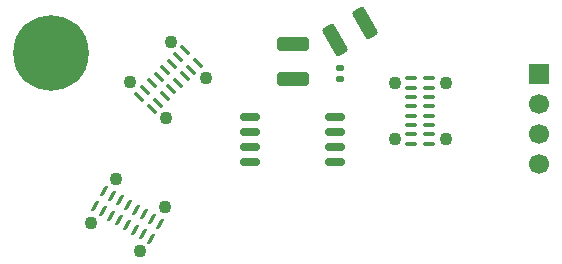
<source format=gbr>
%TF.GenerationSoftware,KiCad,Pcbnew,9.0.6*%
%TF.CreationDate,2025-11-26T03:54:16+08:00*%
%TF.ProjectId,gerber,67657262-6572-42e6-9b69-6361645f7063,rev?*%
%TF.SameCoordinates,Original*%
%TF.FileFunction,Soldermask,Top*%
%TF.FilePolarity,Negative*%
%FSLAX46Y46*%
G04 Gerber Fmt 4.6, Leading zero omitted, Abs format (unit mm)*
G04 Created by KiCad (PCBNEW 9.0.6) date 2025-11-26 03:54:16*
%MOMM*%
%LPD*%
G01*
G04 APERTURE LIST*
G04 Aperture macros list*
%AMRoundRect*
0 Rectangle with rounded corners*
0 $1 Rounding radius*
0 $2 $3 $4 $5 $6 $7 $8 $9 X,Y pos of 4 corners*
0 Add a 4 corners polygon primitive as box body*
4,1,4,$2,$3,$4,$5,$6,$7,$8,$9,$2,$3,0*
0 Add four circle primitives for the rounded corners*
1,1,$1+$1,$2,$3*
1,1,$1+$1,$4,$5*
1,1,$1+$1,$6,$7*
1,1,$1+$1,$8,$9*
0 Add four rect primitives between the rounded corners*
20,1,$1+$1,$2,$3,$4,$5,0*
20,1,$1+$1,$4,$5,$6,$7,0*
20,1,$1+$1,$6,$7,$8,$9,0*
20,1,$1+$1,$8,$9,$2,$3,0*%
G04 Aperture macros list end*
%ADD10R,1.700000X1.700000*%
%ADD11C,1.700000*%
%ADD12RoundRect,0.162500X-0.650000X-0.162500X0.650000X-0.162500X0.650000X0.162500X-0.650000X0.162500X0*%
%ADD13RoundRect,0.250000X1.100000X-0.325000X1.100000X0.325000X-1.100000X0.325000X-1.100000X-0.325000X0*%
%ADD14RoundRect,0.075000X0.425000X-0.075000X0.425000X0.075000X-0.425000X0.075000X-0.425000X-0.075000X0*%
%ADD15C,1.100000*%
%ADD16RoundRect,0.250000X0.268542X-1.115128X0.831458X-0.790128X-0.268542X1.115128X-0.831458X0.790128X0*%
%ADD17RoundRect,0.075000X0.247487X-0.353553X0.353553X-0.247487X-0.247487X0.353553X-0.353553X0.247487X0*%
%ADD18RoundRect,0.075000X-0.277452X-0.330561X-0.147548X-0.405561X0.277452X0.330561X0.147548X0.405561X0*%
%ADD19RoundRect,0.140000X0.170000X-0.140000X0.170000X0.140000X-0.170000X0.140000X-0.170000X-0.140000X0*%
%ADD20C,6.400000*%
G04 APERTURE END LIST*
D10*
%TO.C,J2*%
X146289340Y-106736194D03*
D11*
X146289340Y-109276194D03*
X146289340Y-111816194D03*
X146289340Y-114356194D03*
%TD*%
D12*
%TO.C,U1*%
X121824340Y-110436194D03*
X121824340Y-111706194D03*
X121824340Y-112976194D03*
X121824340Y-114246194D03*
X128999340Y-114246194D03*
X128999340Y-112976194D03*
X128999340Y-111706194D03*
X128999340Y-110436194D03*
%TD*%
D13*
%TO.C,C2*%
X125479340Y-107196194D03*
X125479340Y-104246194D03*
%TD*%
D14*
%TO.C,J1*%
X135499340Y-112676194D03*
X135499340Y-111886194D03*
X135499340Y-111096194D03*
X135499340Y-110306194D03*
X135499340Y-109516194D03*
X135499340Y-108726194D03*
X135499340Y-107936194D03*
X135499340Y-107146194D03*
X137019340Y-107146194D03*
X137019340Y-107936194D03*
X137019340Y-108726194D03*
X137019340Y-109516194D03*
X137019340Y-110306194D03*
X137019340Y-111096194D03*
X137019340Y-111886194D03*
X137019340Y-112676194D03*
D15*
X134109340Y-112296194D03*
X138409340Y-112296194D03*
X134109340Y-107496194D03*
X138409340Y-107496194D03*
%TD*%
D16*
%TO.C,C3*%
X129030000Y-103900000D03*
X131584774Y-102425000D03*
%TD*%
D17*
%TO.C,J3*%
X112425192Y-108680006D03*
X112983806Y-108121391D03*
X113542421Y-107562777D03*
X114101035Y-107004163D03*
X114659649Y-106445548D03*
X115218264Y-105886934D03*
X115776878Y-105328320D03*
X116335492Y-104769705D03*
X117410295Y-105844508D03*
X116851680Y-106403122D03*
X116293066Y-106961736D03*
X115734452Y-107520351D03*
X115175837Y-108078965D03*
X114617223Y-108637579D03*
X114058609Y-109196194D03*
X113499994Y-109754808D03*
D15*
X111711014Y-107428427D03*
X114751573Y-110468986D03*
X115105127Y-104034314D03*
X118145686Y-107074873D03*
%TD*%
D18*
%TO.C,J4*%
X109459226Y-116669157D03*
X110143387Y-117064156D03*
X110827547Y-117459157D03*
X111511706Y-117854158D03*
X112195867Y-118249156D03*
X112880027Y-118644157D03*
X113564185Y-119039157D03*
X114248347Y-119434156D03*
X113488346Y-120750516D03*
X112804187Y-120355515D03*
X112120027Y-119960515D03*
X111435866Y-119565516D03*
X110751706Y-119170515D03*
X110067547Y-118775514D03*
X109383386Y-118380516D03*
X108699226Y-117985515D03*
D15*
X110483316Y-115655381D03*
X108333317Y-119379290D03*
X114640237Y-118055382D03*
X112490238Y-121779291D03*
%TD*%
D19*
%TO.C,C1*%
X129429340Y-107236194D03*
X129429340Y-106276194D03*
%TD*%
D20*
%TO.C,H2*%
X105000000Y-105000000D03*
%TD*%
M02*

</source>
